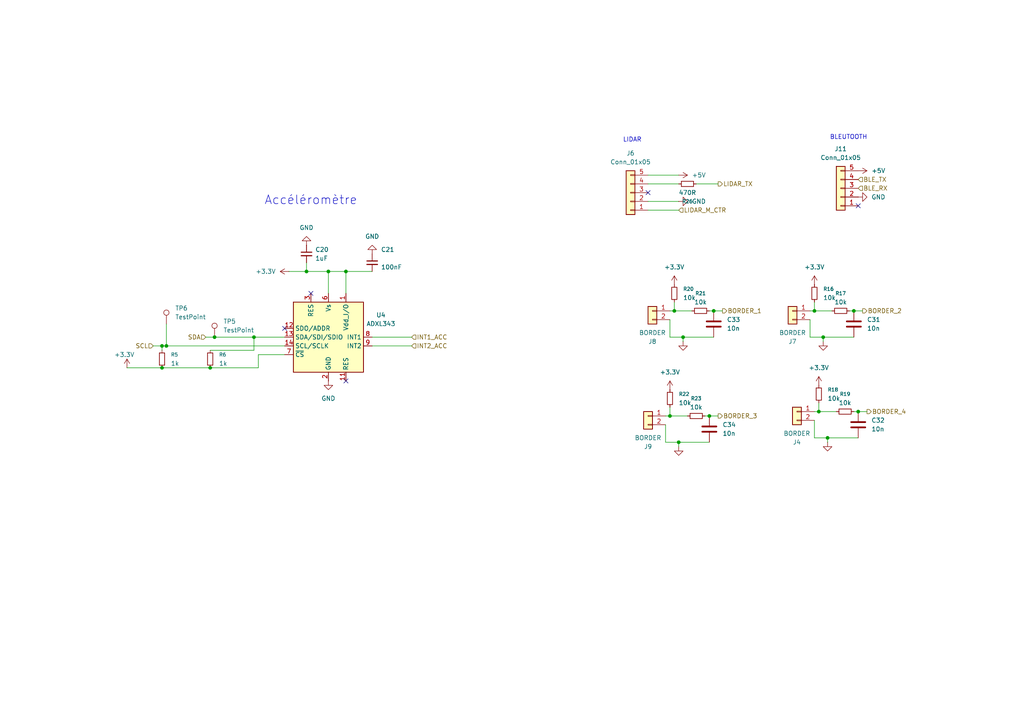
<source format=kicad_sch>
(kicad_sch (version 20250114) (generator "eeschema") (generator_version "9.0")
  (paper "A4")
  (lib_symbols
    (symbol "Connector:TestPoint" (pin_numbers (hide yes)) (pin_names (offset 0.762) (hide yes))
      (property "Reference" "TP" (at 0 6.858 0))
      (property "Value" "TestPoint" (at 0 5.08 0))
      (symbol "TestPoint_0_1"
        (circle (center 0 3.302) (radius 0.762))
      )
      (symbol "TestPoint_1_1"
        (pin passive line (at 0 0 90) (length 2.54) (name "1") (number "1"))
      )
    )
    (symbol "Connector_Generic:Conn_01x02" (pin_names (offset 1.016) (hide yes))
      (property "Reference" "J" (at 0 2.54 0))
      (property "Value" "Conn_01x02" (at 0 -5.08 0))
      (symbol "Conn_01x02_1_1"
        (rectangle (start -1.27 1.27) (end 1.27 -3.81) (stroke (width 0.254)) (fill (type background)))
        (rectangle (start -1.27 0.127) (end 0 -0.127) (stroke (width 0.1524)))
        (rectangle (start -1.27 -2.413) (end 0 -2.667) (stroke (width 0.1524)))
        (pin passive line (at -5.08 0 0) (length 3.81) (name "Pin_1") (number "1"))
        (pin passive line (at -5.08 -2.54 0) (length 3.81) (name "Pin_2") (number "2"))
      )
    )
    (symbol "Connector_Generic:Conn_01x05" (pin_names (offset 1.016) (hide yes))
      (property "Reference" "J" (at 0 7.62 0))
      (property "Value" "Conn_01x05" (at 0 -7.62 0))
      (symbol "Conn_01x05_1_1"
        (rectangle (start -1.27 6.35) (end 1.27 -6.35) (stroke (width 0.254)) (fill (type background)))
        (rectangle (start -1.27 5.207) (end 0 4.953) (stroke (width 0.1524)))
        (rectangle (start -1.27 2.667) (end 0 2.413) (stroke (width 0.1524)))
        (rectangle (start -1.27 0.127) (end 0 -0.127) (stroke (width 0.1524)))
        (rectangle (start -1.27 -2.413) (end 0 -2.667) (stroke (width 0.1524)))
        (rectangle (start -1.27 -4.953) (end 0 -5.207) (stroke (width 0.1524)))
        (pin passive line (at -5.08 5.08 0) (length 3.81) (name "Pin_1") (number "1"))
        (pin passive line (at -5.08 2.54 0) (length 3.81) (name "Pin_2") (number "2"))
        (pin passive line (at -5.08 0 0) (length 3.81) (name "Pin_3") (number "3"))
        (pin passive line (at -5.08 -2.54 0) (length 3.81) (name "Pin_4") (number "4"))
        (pin passive line (at -5.08 -5.08 0) (length 3.81) (name "Pin_5") (number "5"))
      )
    )
    (symbol "Device:C" (pin_numbers (hide yes)) (pin_names (offset 0.254))
      (property "Reference" "C" (at 0.635 2.54 0))
      (property "Value" "C" (at 0.635 -2.54 0))
      (symbol "C_0_1"
        (polyline (pts (xy -2.032 0.762) (xy 2.032 0.762)) (stroke (width 0.508)))
        (polyline (pts (xy -2.032 -0.762) (xy 2.032 -0.762)) (stroke (width 0.508)))
      )
      (symbol "C_1_1"
        (pin passive line (at 0 3.81 270) (length 2.794) (name "~") (number "1"))
        (pin passive line (at 0 -3.81 90) (length 2.794) (name "~") (number "2"))
      )
    )
    (symbol "Device:C_Small" (pin_numbers (hide yes)) (pin_names (offset 0.254) (hide yes))
      (property "Reference" "C" (at 0.254 1.778 0))
      (property "Value" "C_Small" (at 0.254 -2.032 0))
      (symbol "C_Small_0_1"
        (polyline (pts (xy -1.524 0.508) (xy 1.524 0.508)) (stroke (width 0.3048)))
        (polyline (pts (xy -1.524 -0.508) (xy 1.524 -0.508)) (stroke (width 0.3302)))
      )
      (symbol "C_Small_1_1"
        (pin passive line (at 0 2.54 270) (length 2.032) (name "~") (number "1"))
        (pin passive line (at 0 -2.54 90) (length 2.032) (name "~") (number "2"))
      )
    )
    (symbol "Device:R_Small" (pin_numbers (hide yes)) (pin_names (offset 0.254) (hide yes))
      (property "Reference" "R" (at 0 0 90))
      (property "Value" "R_Small" (at 1.778 0 90))
      (symbol "R_Small_0_1"
        (rectangle (start -0.762 1.778) (end 0.762 -1.778) (stroke (width 0.2032)))
      )
      (symbol "R_Small_1_1"
        (pin passive line (at 0 2.54 270) (length 0.762) (name "~") (number "1"))
        (pin passive line (at 0 -2.54 90) (length 0.762) (name "~") (number "2"))
      )
    )
    (symbol "Sensor_Motion:ADXL343"
      (property "Reference" "U" (at -8.89 11.43 0))
      (property "Value" "ADXL343" (at -7.62 -11.43 0))
      (symbol "ADXL343_0_1"
        (rectangle (start -10.16 10.16) (end 10.16 -10.16) (stroke (width 0.254)) (fill (type background)))
      )
      (symbol "ADXL343_1_1"
        (pin bidirectional line (at -12.7 2.54 0) (length 2.54) (name "SDO/ADDR") (number "12"))
        (pin bidirectional line (at -12.7 0 0) (length 2.54) (name "SDA/SDI/SDIO") (number "13"))
        (pin input line (at -12.7 -2.54 0) (length 2.54) (name "SCL/SCLK") (number "14"))
        (pin input line (at -12.7 -5.08 0) (length 2.54) (name "~{CS}") (number "7"))
        (pin passive line (at -5.08 12.7 270) (length 2.54) (name "RES") (number "3"))
        (pin no_connect line (at -5.08 -10.16 90) (length 2.54) (hide yes) (name "NC") (number "10"))
        (pin power_in line (at 0 12.7 270) (length 2.54) (name "Vs") (number "6"))
        (pin power_in line (at 0 -12.7 90) (length 2.54) (name "GND") (number "2"))
        (pin passive line (at 0 -12.7 90) (length 2.54) (hide yes) (name "GND") (number "4"))
        (pin passive line (at 0 -12.7 90) (length 2.54) (hide yes) (name "GND") (number "5"))
        (pin power_in line (at 5.08 12.7 270) (length 2.54) (name "Vdd_I/O") (number "1"))
        (pin passive line (at 5.08 -12.7 90) (length 2.54) (name "RES") (number "11"))
        (pin output line (at 12.7 0 180) (length 2.54) (name "INT1") (number "8"))
        (pin output line (at 12.7 -2.54 180) (length 2.54) (name "INT2") (number "9"))
      )
    )
    (symbol "power:+3.3V" (power) (pin_numbers (hide yes)) (pin_names (offset 0) (hide yes))
      (property "Value" "+3.3V" (at 0 3.556 0))
      (symbol "+3.3V_0_1"
        (polyline (pts (xy -0.762 1.27) (xy 0 2.54)))
        (polyline (pts (xy 0 2.54) (xy 0.762 1.27)))
        (polyline (pts (xy 0 0) (xy 0 2.54)))
      )
      (symbol "+3.3V_1_1"
        (pin power_in line (at 0 0 90) (length 0) (name "~") (number "1"))
      )
    )
    (symbol "power:+5V" (power) (pin_numbers (hide yes)) (pin_names (offset 0) (hide yes))
      (property "Value" "+5V" (at 0 3.556 0))
      (symbol "+5V_0_1"
        (polyline (pts (xy -0.762 1.27) (xy 0 2.54)))
        (polyline (pts (xy 0 2.54) (xy 0.762 1.27)))
        (polyline (pts (xy 0 0) (xy 0 2.54)))
      )
      (symbol "+5V_1_1"
        (pin power_in line (at 0 0 90) (length 0) (name "~") (number "1"))
      )
    )
    (symbol "power:GND" (power) (pin_numbers (hide yes)) (pin_names (offset 0) (hide yes))
      (property "Value" "GND" (at 0 -3.81 0))
      (symbol "GND_0_1"
        (polyline (pts (xy 0 0) (xy 0 -1.27) (xy 1.27 -1.27) (xy 0 -2.54) (xy -1.27 -1.27) (xy 0 -1.27)))
      )
      (symbol "GND_1_1"
        (pin power_in line (at 0 0 270) (length 0) (name "~") (number "1"))
      )
    )
  )
  (text "Accéléromètre" (at 90.17 58.166 0) (effects (font (size 2.54 2.54))))
  (text "BLEUTOOTH" (at 246.126 39.878 0) (effects (font (size 1.27 1.27))))
  (text "LIDAR" (at 183.388 40.64 0) (effects (font (size 1.27 1.27))))
  (junction (at 95.25 78.74))
  (junction (at 194.31 120.65))
  (junction (at 60.96 106.68))
  (junction (at 88.9 78.74))
  (junction (at 247.65 90.17))
  (junction (at 48.26 100.33))
  (junction (at 248.92 119.38))
  (junction (at 195.58 90.17))
  (junction (at 205.74 120.65))
  (junction (at 62.23 97.79))
  (junction (at 236.22 90.17))
  (junction (at 240.03 127))
  (junction (at 198.12 97.79))
  (junction (at 46.99 100.33))
  (junction (at 46.99 106.68))
  (junction (at 237.49 119.38))
  (junction (at 238.76 97.79))
  (junction (at 100.33 78.74))
  (junction (at 73.66 97.79))
  (junction (at 196.85 128.27))
  (junction (at 207.01 90.17))
  (no_connect (at 82.55 95.25))
  (no_connect (at 248.92 59.69))
  (no_connect (at 187.96 55.88))
  (no_connect (at 100.33 110.49))
  (no_connect (at 90.17 85.09))
  (wire (pts (xy 236.22 90.17) (xy 241.3 90.17)))
  (wire (pts (xy 248.92 119.38) (xy 251.46 119.38)))
  (wire (pts (xy 236.22 127) (xy 240.03 127)))
  (wire (pts (xy 73.66 101.6) (xy 73.66 97.79)))
  (wire (pts (xy 100.33 78.74) (xy 107.95 78.74)))
  (wire (pts (xy 238.76 99.06) (xy 238.76 97.79)))
  (wire (pts (xy 194.31 97.79) (xy 198.12 97.79)))
  (wire (pts (xy 248.92 127) (xy 240.03 127)))
  (wire (pts (xy 205.74 120.65) (xy 208.28 120.65)))
  (wire (pts (xy 48.26 93.98) (xy 48.26 100.33)))
  (wire (pts (xy 107.95 97.79) (xy 119.38 97.79)))
  (wire (pts (xy 205.74 90.17) (xy 207.01 90.17)))
  (wire (pts (xy 240.03 128.27) (xy 240.03 127)))
  (wire (pts (xy 193.04 128.27) (xy 196.85 128.27)))
  (wire (pts (xy 60.96 101.6) (xy 73.66 101.6)))
  (wire (pts (xy 59.69 97.79) (xy 62.23 97.79)))
  (wire (pts (xy 246.38 90.17) (xy 247.65 90.17)))
  (wire (pts (xy 95.25 85.09) (xy 95.25 78.74)))
  (wire (pts (xy 88.9 78.74) (xy 83.82 78.74)))
  (wire (pts (xy 187.96 50.8) (xy 196.85 50.8)))
  (wire (pts (xy 73.66 97.79) (xy 82.55 97.79)))
  (wire (pts (xy 236.22 90.17) (xy 234.95 90.17)))
  (wire (pts (xy 237.49 119.38) (xy 236.22 119.38)))
  (wire (pts (xy 194.31 120.65) (xy 193.04 120.65)))
  (wire (pts (xy 198.12 99.06) (xy 198.12 97.79)))
  (wire (pts (xy 234.95 92.71) (xy 234.95 97.79)))
  (wire (pts (xy 107.95 100.33) (xy 119.38 100.33)))
  (wire (pts (xy 247.65 119.38) (xy 248.92 119.38)))
  (wire (pts (xy 187.96 53.34) (xy 196.85 53.34)))
  (wire (pts (xy 236.22 121.92) (xy 236.22 127)))
  (wire (pts (xy 193.04 123.19) (xy 193.04 128.27)))
  (wire (pts (xy 201.93 53.34) (xy 208.28 53.34)))
  (wire (pts (xy 187.96 60.96) (xy 196.85 60.96)))
  (wire (pts (xy 36.83 106.68) (xy 46.99 106.68)))
  (wire (pts (xy 44.45 100.33) (xy 46.99 100.33)))
  (wire (pts (xy 88.9 76.2) (xy 88.9 78.74)))
  (wire (pts (xy 205.74 128.27) (xy 196.85 128.27)))
  (wire (pts (xy 247.65 97.79) (xy 238.76 97.79)))
  (wire (pts (xy 195.58 87.63) (xy 195.58 90.17)))
  (wire (pts (xy 46.99 100.33) (xy 46.99 101.6)))
  (wire (pts (xy 95.25 78.74) (xy 100.33 78.74)))
  (wire (pts (xy 48.26 100.33) (xy 46.99 100.33)))
  (wire (pts (xy 194.31 118.11) (xy 194.31 120.65)))
  (wire (pts (xy 60.96 106.68) (xy 74.93 106.68)))
  (wire (pts (xy 95.25 78.74) (xy 88.9 78.74)))
  (wire (pts (xy 74.93 106.68) (xy 74.93 102.87)))
  (wire (pts (xy 195.58 90.17) (xy 194.31 90.17)))
  (wire (pts (xy 74.93 102.87) (xy 82.55 102.87)))
  (wire (pts (xy 237.49 116.84) (xy 237.49 119.38)))
  (wire (pts (xy 82.55 100.33) (xy 48.26 100.33)))
  (wire (pts (xy 234.95 97.79) (xy 238.76 97.79)))
  (wire (pts (xy 62.23 97.79) (xy 73.66 97.79)))
  (wire (pts (xy 196.85 129.54) (xy 196.85 128.27)))
  (wire (pts (xy 194.31 120.65) (xy 199.39 120.65)))
  (wire (pts (xy 236.22 87.63) (xy 236.22 90.17)))
  (wire (pts (xy 194.31 92.71) (xy 194.31 97.79)))
  (wire (pts (xy 247.65 90.17) (xy 250.19 90.17)))
  (wire (pts (xy 204.47 120.65) (xy 205.74 120.65)))
  (wire (pts (xy 207.01 90.17) (xy 209.55 90.17)))
  (wire (pts (xy 237.49 119.38) (xy 242.57 119.38)))
  (wire (pts (xy 46.99 106.68) (xy 60.96 106.68)))
  (wire (pts (xy 195.58 90.17) (xy 200.66 90.17)))
  (wire (pts (xy 100.33 85.09) (xy 100.33 78.74)))
  (wire (pts (xy 207.01 97.79) (xy 198.12 97.79)))
  (wire (pts (xy 187.96 58.42) (xy 196.85 58.42)))
  (hierarchical_label "BORDER_4" (shape output) (at 251.46 119.38 0))
  (hierarchical_label "LIDAR_TX" (shape output) (at 208.28 53.34 0))
  (hierarchical_label "SDA" (shape input) (at 59.69 97.79 180))
  (hierarchical_label "BORDER_2" (shape output) (at 250.19 90.17 0))
  (hierarchical_label "BORDER_3" (shape output) (at 208.28 120.65 0))
  (hierarchical_label "BORDER_1" (shape output) (at 209.55 90.17 0))
  (hierarchical_label "BLE_TX" (shape input) (at 248.92 52.07 0))
  (hierarchical_label "SCL" (shape input) (at 44.45 100.33 180))
  (hierarchical_label "BLE_RX" (shape input) (at 248.92 54.61 0))
  (hierarchical_label "LIDAR_M_CTR" (shape input) (at 196.85 60.96 0))
  (hierarchical_label "INT1_ACC" (shape input) (at 119.38 97.79 0))
  (hierarchical_label "INT2_ACC" (shape input) (at 119.38 100.33 0))
  (symbol (lib_id "Device:R_Small") (at 236.22 85.09 0) (unit 1)
    (property "Reference" "R16" (at 238.76 83.8199 0) (effects (font (size 1.016 1.016)) (justify left)))
    (property "Value" "10k" (at 238.76 86.3599 0) (effects (justify left)))
    (property "Footprint" "Resistor_SMD:R_0402_1005Metric" (effects (hide yes)))
    (property "Description" "Resistor, small symbol" (effects (hide yes)))
  )
  (symbol (lib_id "Device:R_Small") (at 194.31 115.57 0) (unit 1)
    (property "Reference" "R22" (at 196.85 114.2999 0) (effects (font (size 1.016 1.016)) (justify left)))
    (property "Value" "10k" (at 196.85 116.8399 0) (effects (justify left)))
    (property "Footprint" "Resistor_SMD:R_0402_1005Metric" (effects (hide yes)))
    (property "Description" "Resistor, small symbol" (effects (hide yes)))
  )
  (symbol (lib_id "power:GND") (at 196.85 129.54 0) (unit 1)
    (property "Reference" "#PWR066" (effects (hide yes)))
    (property "Value" "GND" (effects (hide yes)))
    (property "Description" "Power symbol creates a global label with name \"GND\" , ground" (effects (hide yes)))
  )
  (symbol (lib_id "Device:C") (at 247.65 93.98 0) (unit 1)
    (property "Reference" "C31" (at 251.46 92.7099 0) (effects (justify left)))
    (property "Value" "10n" (at 251.46 95.2499 0) (effects (justify left)))
    (property "Footprint" "Capacitor_SMD:C_0402_1005Metric" (effects (hide yes)))
    (property "Description" "Unpolarized capacitor" (effects (hide yes)))
  )
  (symbol (lib_id "power:GND") (at 88.9 71.12 180) (unit 1)
    (property "Reference" "#PWR035" (effects (hide yes)))
    (property "Value" "GND" (at 88.9 66.04 0))
    (property "Description" "Power symbol creates a global label with name \"GND\" , ground" (effects (hide yes)))
  )
  (symbol (lib_id "power:+3.3V") (at 83.82 78.74 90) (unit 1)
    (property "Reference" "#PWR034" (effects (hide yes)))
    (property "Value" "+3.3V" (at 80.01 78.7399 90) (effects (justify left)))
    (property "Description" "Power symbol creates a global label with name \"+3.3V\"" (effects (hide yes)))
  )
  (symbol (lib_id "Device:C_Small") (at 88.9 73.66 0) (unit 1)
    (property "Reference" "C20" (at 91.44 72.3962 0) (effects (justify left)))
    (property "Value" "1uF" (at 91.44 74.9362 0) (effects (justify left)))
    (property "Footprint" "Capacitor_SMD:C_0402_1005Metric" (effects (hide yes)))
    (property "Description" "Unpolarized capacitor, small symbol" (effects (hide yes)))
  )
  (symbol (lib_id "Connector_Generic:Conn_01x05") (at 243.84 54.61 180) (unit 1)
    (property "Reference" "J11" (at 243.84 43.18 0))
    (property "Value" "Conn_01x05" (at 243.84 45.72 0))
    (property "Footprint" "Connector_JST:JST_XH_S5B-XH-A_1x05_P2.50mm_Horizontal" (effects (hide yes)))
    (property "Description" "Generic connector, single row, 01x05, script generated (kicad-library-utils/schlib/autogen/connector/)" (effects (hide yes)))
  )
  (symbol (lib_id "Connector_Generic:Conn_01x02") (at 229.87 90.17 0) (mirror y) (unit 1)
    (property "Reference" "J7" (at 229.87 99.06 0))
    (property "Value" "BORDER" (at 229.87 96.52 0))
    (property "Footprint" "Connector_JST:JST_XH_S2B-XH-A_1x02_P2.50mm_Horizontal" (effects (hide yes)))
    (property "Description" "Generic connector, single row, 01x02, script generated (kicad-library-utils/schlib/autogen/connector/)" (effects (hide yes)))
  )
  (symbol (lib_id "power:GND") (at 198.12 99.06 0) (unit 1)
    (property "Reference" "#PWR064" (effects (hide yes)))
    (property "Value" "GND" (effects (hide yes)))
    (property "Description" "Power symbol creates a global label with name \"GND\" , ground" (effects (hide yes)))
  )
  (symbol (lib_id "Device:R_Small") (at 237.49 114.3 0) (unit 1)
    (property "Reference" "R18" (at 240.03 113.0299 0) (effects (font (size 1.016 1.016)) (justify left)))
    (property "Value" "10k" (at 240.03 115.5699 0) (effects (justify left)))
    (property "Footprint" "Resistor_SMD:R_0402_1005Metric" (effects (hide yes)))
    (property "Description" "Resistor, small symbol" (effects (hide yes)))
  )
  (symbol (lib_id "Device:C") (at 207.01 93.98 0) (unit 1)
    (property "Reference" "C33" (at 210.82 92.7099 0) (effects (justify left)))
    (property "Value" "10n" (at 210.82 95.2499 0) (effects (justify left)))
    (property "Footprint" "Capacitor_SMD:C_0402_1005Metric" (effects (hide yes)))
    (property "Description" "Unpolarized capacitor" (effects (hide yes)))
  )
  (symbol (lib_id "power:+3.3V") (at 236.22 82.55 0) (unit 1)
    (property "Reference" "#PWR061" (effects (hide yes)))
    (property "Value" "+3.3V" (at 236.22 77.47 0))
    (property "Description" "Power symbol creates a global label with name \"+3.3V\"" (effects (hide yes)))
  )
  (symbol (lib_id "Device:C_Small") (at 107.95 76.2 0) (unit 1)
    (property "Reference" "C21" (at 110.49 72.3962 0) (effects (justify left)))
    (property "Value" "100nF" (at 110.49 77.4762 0) (effects (justify left)))
    (property "Footprint" "Capacitor_SMD:C_0402_1005Metric" (effects (hide yes)))
    (property "Description" "Unpolarized capacitor, small symbol" (effects (hide yes)))
  )
  (symbol (lib_id "Device:C") (at 248.92 123.19 0) (unit 1)
    (property "Reference" "C32" (at 252.73 121.9199 0) (effects (justify left)))
    (property "Value" "10n" (at 252.73 124.4599 0) (effects (justify left)))
    (property "Footprint" "Capacitor_SMD:C_0402_1005Metric" (effects (hide yes)))
    (property "Description" "Unpolarized capacitor" (effects (hide yes)))
  )
  (symbol (lib_id "power:GND") (at 248.92 57.15 90) (unit 1)
    (property "Reference" "#PWR068" (effects (hide yes)))
    (property "Value" "GND" (at 252.73 57.1499 90) (effects (justify right)))
    (property "Description" "Power symbol creates a global label with name \"GND\" , ground" (effects (hide yes)))
  )
  (symbol (lib_id "Connector:TestPoint") (at 62.23 97.79 0) (unit 1)
    (property "Reference" "TP5" (at 64.77 93.2179 0) (effects (justify left)))
    (property "Value" "TestPoint" (at 64.77 95.7579 0) (effects (justify left)))
    (property "Footprint" "TestPoint:TestPoint_Pad_D1.0mm" (effects (hide yes)))
    (property "Description" "test point" (effects (hide yes)))
  )
  (symbol (lib_id "Device:R_Small") (at 60.96 104.14 0) (unit 1)
    (property "Reference" "R6" (at 63.5 102.8699 0) (effects (font (size 1.016 1.016)) (justify left)))
    (property "Value" "1k" (at 63.5 105.4099 0) (effects (justify left)))
    (property "Footprint" "Resistor_SMD:R_0402_1005Metric" (effects (hide yes)))
    (property "Description" "Resistor, small symbol" (effects (hide yes)))
  )
  (symbol (lib_id "Connector:TestPoint") (at 48.26 93.98 0) (unit 1)
    (property "Reference" "TP6" (at 50.8 89.4079 0) (effects (justify left)))
    (property "Value" "TestPoint" (at 50.8 91.9479 0) (effects (justify left)))
    (property "Footprint" "TestPoint:TestPoint_Pad_D1.0mm" (effects (hide yes)))
    (property "Description" "test point" (effects (hide yes)))
  )
  (symbol (lib_id "Device:R_Small") (at 243.84 90.17 90) (unit 1)
    (property "Reference" "R17" (at 243.84 85.09 90) (effects (font (size 1.016 1.016))))
    (property "Value" "10k" (at 243.84 87.63 90))
    (property "Footprint" "Resistor_SMD:R_0402_1005Metric" (effects (hide yes)))
    (property "Description" "Resistor, small symbol" (effects (hide yes)))
  )
  (symbol (lib_id "Sensor_Motion:ADXL343") (at 95.25 97.79 0) (unit 1)
    (property "Reference" "U4" (at 110.49 91.3698 0))
    (property "Value" "ADXL343" (at 110.49 93.9098 0))
    (property "Footprint" "Package_LGA:LGA-14_3x5mm_P0.8mm_LayoutBorder1x6y" (effects (hide yes)))
    (property "Datasheet" "https://www.analog.com/media/en/technical-documentation/data-sheets/ADXL343.pdf" (effects (hide yes)))
    (property "Description" "3-Axis MEMS Accelerometer, 2/4/8/16g range, I2C/SPI, LGA-14" (effects (hide yes)))
    (property "MPN" "ADXL343BCCZ-RL" (effects (hide yes)))
  )
  (symbol (lib_id "Connector_Generic:Conn_01x05") (at 182.88 55.88 180) (unit 1)
    (property "Reference" "J6" (at 182.88 44.45 0))
    (property "Value" "Conn_01x05" (at 182.88 46.99 0))
    (property "Footprint" "Connector_JST:JST_XH_S5B-XH-A_1x05_P2.50mm_Horizontal" (effects (hide yes)))
    (property "Description" "Generic connector, single row, 01x05, script generated (kicad-library-utils/schlib/autogen/connector/)" (effects (hide yes)))
    (property "MPN" "YDLIDAR X2" (effects (hide yes)))
  )
  (symbol (lib_id "power:+3.3V") (at 195.58 82.55 0) (unit 1)
    (property "Reference" "#PWR063" (effects (hide yes)))
    (property "Value" "+3.3V" (at 195.58 77.47 0))
    (property "Description" "Power symbol creates a global label with name \"+3.3V\"" (effects (hide yes)))
  )
  (symbol (lib_id "Device:R_Small") (at 245.11 119.38 90) (unit 1)
    (property "Reference" "R19" (at 245.11 114.3 90) (effects (font (size 1.016 1.016))))
    (property "Value" "10k" (at 245.11 116.84 90))
    (property "Footprint" "Resistor_SMD:R_0402_1005Metric" (effects (hide yes)))
    (property "Description" "Resistor, small symbol" (effects (hide yes)))
  )
  (symbol (lib_id "Device:R_Small") (at 46.99 104.14 0) (unit 1)
    (property "Reference" "R5" (at 49.53 102.8699 0) (effects (font (size 1.016 1.016)) (justify left)))
    (property "Value" "1k" (at 49.53 105.4099 0) (effects (justify left)))
    (property "Footprint" "Resistor_SMD:R_0402_1005Metric" (effects (hide yes)))
    (property "Description" "Resistor, small symbol" (effects (hide yes)))
  )
  (symbol (lib_id "power:+3.3V") (at 36.83 106.68 0) (unit 1)
    (property "Reference" "#PWR032" (effects (hide yes)))
    (property "Value" "+3.3V" (at 36.068 102.87 0))
    (property "Description" "Power symbol creates a global label with name \"+3.3V\"" (effects (hide yes)))
  )
  (symbol (lib_id "Device:C") (at 205.74 124.46 0) (unit 1)
    (property "Reference" "C34" (at 209.55 123.1899 0) (effects (justify left)))
    (property "Value" "10n" (at 209.55 125.7299 0) (effects (justify left)))
    (property "Footprint" "Capacitor_SMD:C_0402_1005Metric" (effects (hide yes)))
    (property "Description" "Unpolarized capacitor" (effects (hide yes)))
  )
  (symbol (lib_id "Connector_Generic:Conn_01x02") (at 231.14 119.38 0) (mirror y) (unit 1)
    (property "Reference" "J4" (at 231.14 128.27 0))
    (property "Value" "BORDER" (at 231.14 125.73 0))
    (property "Footprint" "Connector_JST:JST_XH_S2B-XH-A_1x02_P2.50mm_Horizontal" (effects (hide yes)))
    (property "Description" "Generic connector, single row, 01x02, script generated (kicad-library-utils/schlib/autogen/connector/)" (effects (hide yes)))
  )
  (symbol (lib_id "power:GND") (at 95.25 110.49 0) (unit 1)
    (property "Reference" "#PWR040" (effects (hide yes)))
    (property "Value" "GND" (at 95.25 115.57 0))
    (property "Description" "Power symbol creates a global label with name \"GND\" , ground" (effects (hide yes)))
  )
  (symbol (lib_id "power:GND") (at 238.76 99.06 0) (unit 1)
    (property "Reference" "#PWR062" (effects (hide yes)))
    (property "Value" "GND" (effects (hide yes)))
    (property "Description" "Power symbol creates a global label with name \"GND\" , ground" (effects (hide yes)))
  )
  (symbol (lib_id "power:+5V") (at 248.92 49.53 270) (unit 1)
    (property "Reference" "#PWR067" (effects (hide yes)))
    (property "Value" "+5V" (at 252.73 49.5299 90) (effects (justify left)))
    (property "Description" "Power symbol creates a global label with name \"+5V\"" (effects (hide yes)))
  )
  (symbol (lib_id "Device:R_Small") (at 201.93 120.65 90) (unit 1)
    (property "Reference" "R23" (at 201.93 115.57 90) (effects (font (size 1.016 1.016))))
    (property "Value" "10k" (at 201.93 118.11 90))
    (property "Footprint" "Resistor_SMD:R_0402_1005Metric" (effects (hide yes)))
    (property "Description" "Resistor, small symbol" (effects (hide yes)))
  )
  (symbol (lib_id "Connector_Generic:Conn_01x02") (at 187.96 120.65 0) (mirror y) (unit 1)
    (property "Reference" "J9" (at 187.96 129.54 0))
    (property "Value" "BORDER" (at 187.96 127 0))
    (property "Footprint" "Connector_JST:JST_XH_S2B-XH-A_1x02_P2.50mm_Horizontal" (effects (hide yes)))
    (property "Description" "Generic connector, single row, 01x02, script generated (kicad-library-utils/schlib/autogen/connector/)" (effects (hide yes)))
  )
  (symbol (lib_id "power:+5V") (at 196.85 50.8 270) (unit 1)
    (property "Reference" "#PWR046" (effects (hide yes)))
    (property "Value" "+5V" (at 200.66 50.7999 90) (effects (justify left)))
    (property "Description" "Power symbol creates a global label with name \"+5V\"" (effects (hide yes)))
  )
  (symbol (lib_id "Device:R_Small") (at 195.58 85.09 0) (unit 1)
    (property "Reference" "R20" (at 198.12 83.8199 0) (effects (font (size 1.016 1.016)) (justify left)))
    (property "Value" "10k" (at 198.12 86.3599 0) (effects (justify left)))
    (property "Footprint" "Resistor_SMD:R_0402_1005Metric" (effects (hide yes)))
    (property "Description" "Resistor, small symbol" (effects (hide yes)))
  )
  (symbol (lib_id "power:+3.3V") (at 194.31 113.03 0) (unit 1)
    (property "Reference" "#PWR065" (effects (hide yes)))
    (property "Value" "+3.3V" (at 194.31 107.95 0))
    (property "Description" "Power symbol creates a global label with name \"+3.3V\"" (effects (hide yes)))
  )
  (symbol (lib_id "power:GND") (at 107.95 73.66 180) (unit 1)
    (property "Reference" "#PWR041" (effects (hide yes)))
    (property "Value" "GND" (at 107.95 68.58 0))
    (property "Description" "Power symbol creates a global label with name \"GND\" , ground" (effects (hide yes)))
  )
  (symbol (lib_id "Device:R_Small") (at 199.39 53.34 90) (mirror x) (unit 1)
    (property "Reference" "R26" (at 199.39 58.42 90) (effects (font (size 1.016 1.016))))
    (property "Value" "470R" (at 199.39 55.88 90))
    (property "Footprint" "Resistor_SMD:R_0402_1005Metric" (effects (hide yes)))
    (property "Description" "Resistor, small symbol" (effects (hide yes)))
  )
  (symbol (lib_id "power:GND") (at 240.03 128.27 0) (unit 1)
    (property "Reference" "#PWR059" (effects (hide yes)))
    (property "Value" "GND" (effects (hide yes)))
    (property "Description" "Power symbol creates a global label with name \"GND\" , ground" (effects (hide yes)))
  )
  (symbol (lib_id "Device:R_Small") (at 203.2 90.17 90) (unit 1)
    (property "Reference" "R21" (at 203.2 85.09 90) (effects (font (size 1.016 1.016))))
    (property "Value" "10k" (at 203.2 87.63 90))
    (property "Footprint" "Resistor_SMD:R_0402_1005Metric" (effects (hide yes)))
    (property "Description" "Resistor, small symbol" (effects (hide yes)))
  )
  (symbol (lib_id "power:+3.3V") (at 237.49 111.76 0) (unit 1)
    (property "Reference" "#PWR055" (effects (hide yes)))
    (property "Value" "+3.3V" (at 237.49 106.68 0))
    (property "Description" "Power symbol creates a global label with name \"+3.3V\"" (effects (hide yes)))
  )
  (symbol (lib_id "Connector_Generic:Conn_01x02") (at 189.23 90.17 0) (mirror y) (unit 1)
    (property "Reference" "J8" (at 189.23 99.06 0))
    (property "Value" "BORDER" (at 189.23 96.52 0))
    (property "Footprint" "Connector_JST:JST_XH_S2B-XH-A_1x02_P2.50mm_Horizontal" (effects (hide yes)))
    (property "Description" "Generic connector, single row, 01x02, script generated (kicad-library-utils/schlib/autogen/connector/)" (effects (hide yes)))
  )
  (symbol (lib_id "power:GND") (at 196.85 58.42 90) (unit 1)
    (property "Reference" "#PWR047" (effects (hide yes)))
    (property "Value" "GND" (at 200.66 58.4199 90) (effects (justify right)))
    (property "Description" "Power symbol creates a global label with name \"GND\" , ground" (effects (hide yes)))
  )
)
</source>
